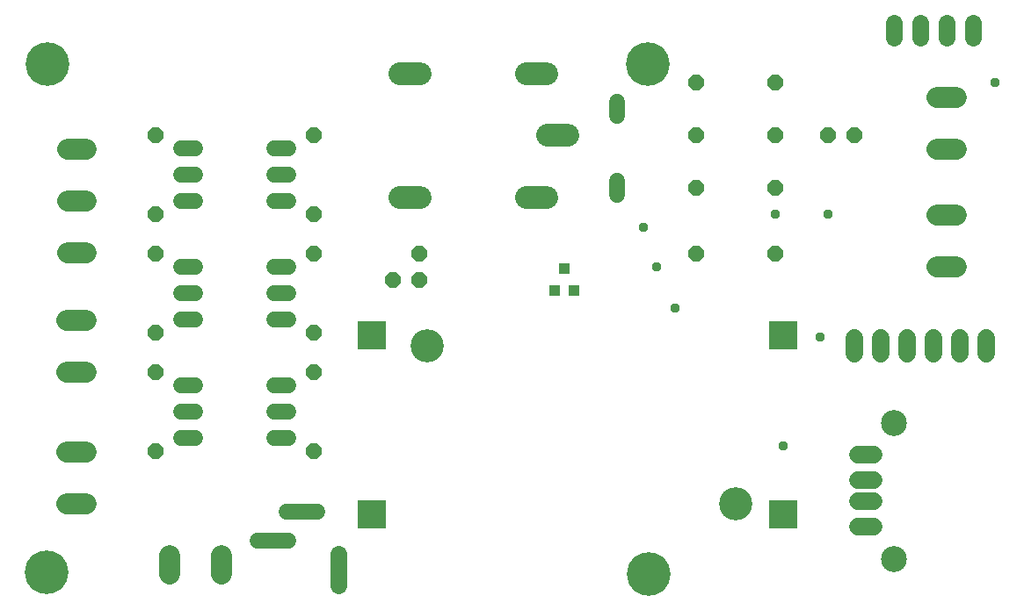
<source format=gbr>
G04 EAGLE Gerber X2 export*
%TF.Part,Single*%
%TF.FileFunction,Soldermask,Top,1*%
%TF.FilePolarity,Negative*%
%TF.GenerationSoftware,Autodesk,EAGLE,8.7.0*%
%TF.CreationDate,2018-11-06T21:30:33Z*%
G75*
%MOMM*%
%FSLAX34Y34*%
%LPD*%
%AMOC8*
5,1,8,0,0,1.08239X$1,22.5*%
G01*
%ADD10C,4.203191*%
%ADD11C,1.993900*%
%ADD12C,1.524000*%
%ADD13C,1.727200*%
%ADD14C,2.184400*%
%ADD15P,1.649562X8X22.500000*%
%ADD16R,1.003200X1.103200*%
%ADD17P,1.649562X8X112.500000*%
%ADD18P,1.649562X8X202.500000*%
%ADD19P,1.649562X8X292.500000*%
%ADD20R,2.703200X2.703200*%
%ADD21C,3.203200*%
%ADD22C,1.661200*%
%ADD23C,2.503200*%
%ADD24C,1.625600*%
%ADD25C,1.603200*%
%ADD26C,1.511200*%
%ADD27C,0.959600*%


D10*
X34290Y35560D03*
X35560Y525780D03*
X613410Y525780D03*
X614680Y34290D03*
D11*
X892747Y330600D02*
X910654Y330600D01*
X910654Y380600D02*
X892747Y380600D01*
D12*
X584200Y399796D02*
X584200Y413004D01*
X584200Y475996D02*
X584200Y489204D01*
D11*
X72454Y102000D02*
X54547Y102000D01*
X54547Y152000D02*
X72454Y152000D01*
X72454Y229000D02*
X54547Y229000D01*
X54547Y279000D02*
X72454Y279000D01*
X72654Y343700D02*
X54747Y343700D01*
X54747Y393700D02*
X72654Y393700D01*
X72654Y443700D02*
X54747Y443700D01*
D13*
X812800Y261620D02*
X812800Y246380D01*
X838200Y246380D02*
X838200Y261620D01*
X863600Y261620D02*
X863600Y246380D01*
X889000Y246380D02*
X889000Y261620D01*
X914400Y261620D02*
X914400Y246380D01*
X939800Y246380D02*
X939800Y261620D01*
D14*
X536956Y457200D02*
X517144Y457200D01*
X516636Y516890D02*
X496824Y516890D01*
X496824Y397510D02*
X516636Y397510D01*
X394716Y397510D02*
X374904Y397510D01*
X374904Y516890D02*
X394716Y516890D01*
D15*
X787400Y457200D03*
X812800Y457200D03*
D12*
X177800Y444500D02*
X164592Y444500D01*
X164592Y419100D02*
X177800Y419100D01*
X254000Y419100D02*
X267208Y419100D01*
X267208Y444500D02*
X254000Y444500D01*
X177800Y393700D02*
X164592Y393700D01*
X254000Y393700D02*
X267208Y393700D01*
X177800Y215900D02*
X164592Y215900D01*
X164592Y190500D02*
X177800Y190500D01*
X254000Y190500D02*
X267208Y190500D01*
X267208Y215900D02*
X254000Y215900D01*
X177800Y165100D02*
X164592Y165100D01*
X254000Y165100D02*
X267208Y165100D01*
X177800Y330200D02*
X164592Y330200D01*
X164592Y304800D02*
X177800Y304800D01*
X254000Y304800D02*
X267208Y304800D01*
X267208Y330200D02*
X254000Y330200D01*
X177800Y279400D02*
X164592Y279400D01*
X254000Y279400D02*
X267208Y279400D01*
D11*
X892747Y443630D02*
X910654Y443630D01*
X910654Y493630D02*
X892747Y493630D01*
X152800Y52134D02*
X152800Y34227D01*
X202800Y34227D02*
X202800Y52134D01*
D16*
X523900Y307500D03*
X542900Y307500D03*
X533400Y328500D03*
D17*
X139700Y381000D03*
X139700Y457200D03*
D15*
X660400Y508000D03*
X736600Y508000D03*
X660400Y342900D03*
X736600Y342900D03*
D17*
X139700Y152400D03*
X139700Y228600D03*
X139700Y266700D03*
X139700Y342900D03*
D18*
X736600Y406400D03*
X660400Y406400D03*
D19*
X292100Y457200D03*
X292100Y381000D03*
X292100Y228600D03*
X292100Y152400D03*
X292100Y342900D03*
X292100Y266700D03*
D15*
X660400Y457200D03*
X736600Y457200D03*
X368300Y317500D03*
X393700Y317500D03*
X393700Y342900D03*
D20*
X347980Y264160D03*
X347980Y91440D03*
X744220Y91440D03*
X744220Y264160D03*
D21*
X401320Y254000D03*
X698500Y101600D03*
D22*
X816510Y104300D02*
X831090Y104300D01*
X831090Y124300D02*
X816510Y124300D01*
X816510Y79300D02*
X831090Y79300D01*
X831090Y149300D02*
X816510Y149300D01*
D23*
X850900Y48600D03*
X850900Y180000D03*
D24*
X850900Y551688D02*
X850900Y565912D01*
X876300Y565912D02*
X876300Y551688D01*
X901700Y551688D02*
X901700Y565912D01*
X927100Y565912D02*
X927100Y551688D01*
D25*
X315700Y37100D02*
X315700Y23100D01*
D26*
X295240Y94100D02*
X282160Y94100D01*
X267240Y66100D02*
X254160Y66100D01*
D25*
X315700Y53100D02*
X315700Y39100D01*
D26*
X279240Y94100D02*
X266160Y94100D01*
X251240Y66100D02*
X238160Y66100D01*
D27*
X947958Y508000D03*
X787400Y381000D03*
X736600Y381000D03*
X779780Y262890D03*
X640080Y290808D03*
X744220Y157480D03*
X609600Y368300D03*
X622300Y330200D03*
M02*

</source>
